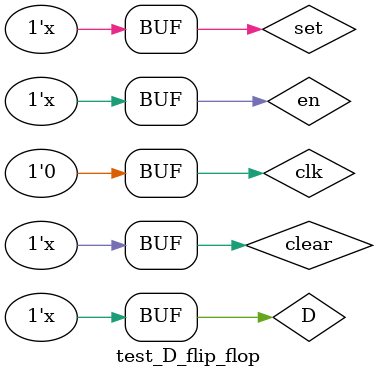
<source format=v>
`timescale 1ns / 1ps


module test_D_flip_flop(
    );
    reg D = 0, en = 0, clk = 0, clear = 0, set = 0;
    wire Q, NQ;
    D_flip_flop dff(D, en, clk, clear, set, Q, NQ);

    always begin
        #5
        clk = 1;
        #10
        clk = 0;
        #5
        {en, clear, set, D} = {en, clear, set, D} + 1;
    end
endmodule

</source>
